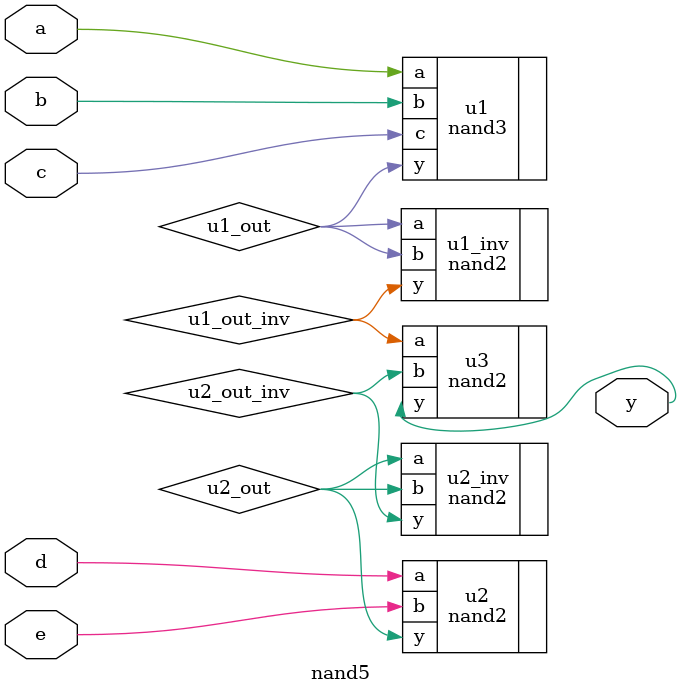
<source format=sv>
module nand5 ( 
	input logic a,   // First input 
	input logic b,   // Second input 
    input logic c,   // third input 
    input logic d,   // fourth input 
    input logic e,   // fifth input 
	output logic y   // Output 
	); 

    logic u1_out, u1_out_inv;
    logic u2_out, u2_out_inv;


    nand3 u1 (.a(a), .b(b), .c(c), .y(u1_out));
    nand2 u1_inv (.a(u1_out), .b(u1_out), .y(u1_out_inv));

	nand2 u2 (.a(d), .b(e), .y(u2_out));
    nand2 u2_inv (.a(u2_out), .b(u2_out), .y(u2_out_inv));

    nand2 u3 (.a(u1_out_inv), .b(u2_out_inv), .y(y));

endmodule
</source>
